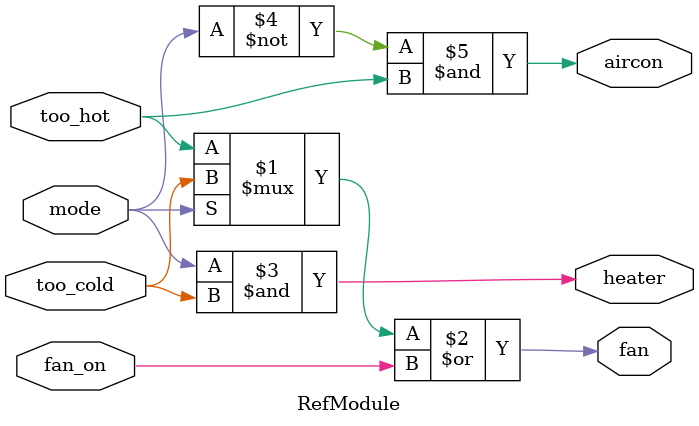
<source format=sv>

module RefModule (
  input mode,
  input too_cold,
  input too_hot,
  input fan_on,
  output heater,
  output aircon,
  output fan
);

  assign fan = (mode ? too_cold : too_hot) | fan_on;
  assign heater = (mode & too_cold);
  assign aircon = (~mode & too_hot);

endmodule


</source>
